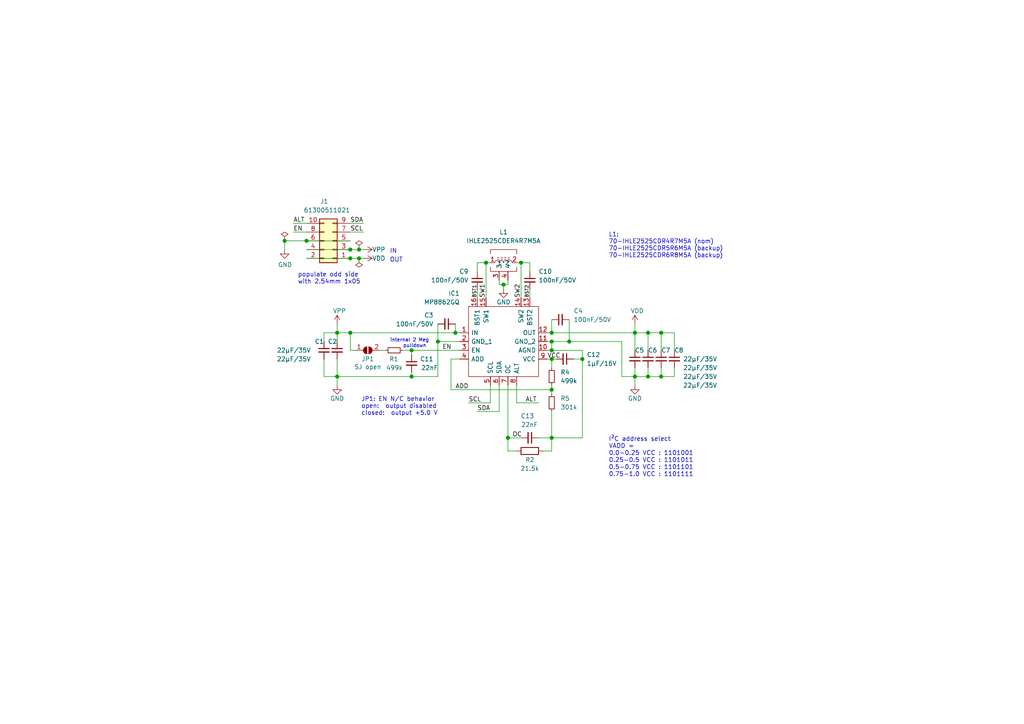
<source format=kicad_sch>
(kicad_sch (version 20201015) (generator eeschema)
  (page 1 1)
  (paper "A4")
  (title_block (title "EVAL-MP8862GQ-0000") (date "2020-10-24") (rev "1B") (company "https://github.com/MisterHW"))
  (lib_symbols
    (symbol "Connector_Generic:Conn_02x05_Odd_Even" (pin_names (offset 1.016) hide)
      (property "Reference" "J" (at 1.27 7.62 0))
      (property "Value" "Conn_02x05_Odd_Even" (at 1.27 -7.62 0))
      (symbol "Conn_02x05_Odd_Even_1_1"
        (rectangle (start -1.27 -4.953) (end 0 -5.207) (stroke (width 0.1524)))
        (rectangle (start -1.27 -2.413) (end 0 -2.667) (stroke (width 0.1524)))
        (rectangle (start -1.27 2.667) (end 0 2.413) (stroke (width 0.1524)))
        (rectangle (start -1.27 5.207) (end 0 4.953) (stroke (width 0.1524)))
        (rectangle (start -1.27 6.35) (end 3.81 -6.35) (stroke (width 0.254)) (fill (type background)))
        (rectangle (start -1.27 0.127) (end 0 -0.127) (stroke (width 0.1524)))
        (rectangle (start 3.81 -4.953) (end 2.54 -5.207) (stroke (width 0.1524)))
        (rectangle (start 3.81 -2.413) (end 2.54 -2.667) (stroke (width 0.1524)))
        (rectangle (start 3.81 2.667) (end 2.54 2.413) (stroke (width 0.1524)))
        (rectangle (start 3.81 5.207) (end 2.54 4.953) (stroke (width 0.1524)))
        (rectangle (start 3.81 0.127) (end 2.54 -0.127) (stroke (width 0.1524)))
        (pin passive line (at -5.08 5.08 0) (length 3.81) (name "Pin_1") (number "1"))
        (pin passive line (at 7.62 -5.08 180) (length 3.81) (name "Pin_10") (number "10"))
        (pin passive line (at 7.62 5.08 180) (length 3.81) (name "Pin_2") (number "2"))
        (pin passive line (at -5.08 2.54 0) (length 3.81) (name "Pin_3") (number "3"))
        (pin passive line (at 7.62 2.54 180) (length 3.81) (name "Pin_4") (number "4"))
        (pin passive line (at -5.08 0 0) (length 3.81) (name "Pin_5") (number "5"))
        (pin passive line (at 7.62 0 180) (length 3.81) (name "Pin_6") (number "6"))
        (pin passive line (at -5.08 -2.54 0) (length 3.81) (name "Pin_7") (number "7"))
        (pin passive line (at 7.62 -2.54 180) (length 3.81) (name "Pin_8") (number "8"))
        (pin passive line (at -5.08 -5.08 0) (length 3.81) (name "Pin_9") (number "9"))
      )
    )
    (symbol "Device:C_Small" (pin_numbers hide) (pin_names (offset 0.254) hide)
      (property "Reference" "C" (at 0.254 1.778 0))
      (property "Value" "C_Small" (at 0.254 -2.032 0))
      (symbol "C_Small_0_1"
        (polyline (pts (xy -1.524 -0.508) (xy 1.524 -0.508)) (stroke (width 0.3302)))
        (polyline (pts (xy -1.524 0.508) (xy 1.524 0.508)) (stroke (width 0.3048)))
      )
      (symbol "C_Small_1_1"
        (pin passive line (at 0 2.54 270) (length 2.032) (name "~") (number "1"))
        (pin passive line (at 0 -2.54 90) (length 2.032) (name "~") (number "2"))
      )
    )
    (symbol "Device:R" (pin_numbers hide) (pin_names (offset 0))
      (property "Reference" "R" (at 2.032 0 90))
      (property "Value" "R" (at 0 0 90))
      (symbol "R_0_1"
        (rectangle (start -1.016 -2.54) (end 1.016 2.54) (stroke (width 0.254)))
      )
      (symbol "R_1_1"
        (pin passive line (at 0 3.81 270) (length 1.27) (name "~") (number "1"))
        (pin passive line (at 0 -3.81 90) (length 1.27) (name "~") (number "2"))
      )
    )
    (symbol "Device:R_Small" (pin_numbers hide) (pin_names (offset 0.254) hide)
      (property "Reference" "R" (at 0.762 0.508 0))
      (property "Value" "R_Small" (at 0.762 -1.016 0))
      (symbol "R_Small_0_1"
        (rectangle (start -0.762 1.778) (end 0.762 -1.778) (stroke (width 0.2032)))
      )
      (symbol "R_Small_1_1"
        (pin passive line (at 0 2.54 270) (length 0.762) (name "~") (number "1"))
        (pin passive line (at 0 -2.54 90) (length 0.762) (name "~") (number "2"))
      )
    )
    (symbol "IHLE2525CD:IHLE2525CDER4R7M5A" (pin_names (offset 0.762))
      (property "Reference" "L" (at -3.81 7.62 0))
      (property "Value" "IHLE2525CDER4R7M5A" (at -3.81 5.08 0))
      (symbol "IHLE2525CDER4R7M5A_1_1"
        (arc (start -1.27 0) (end -2.54 0) (radius (at -1.905 0) (length 0.635) (angles 0.1 179.9)))
        (arc (start 0 0) (end -1.27 0) (radius (at -0.635 0) (length 0.635) (angles 0.1 179.9)))
        (arc (start 1.27 0) (end 0 0) (radius (at 0.635 0) (length 0.635) (angles 0.1 179.9)))
        (arc (start 2.54 0) (end 1.27 0) (radius (at 1.905 0) (length 0.635) (angles 0.1 179.9)))
        (polyline (pts (xy -1.778 1.524) (xy -1.27 1.524)))
        (polyline (pts (xy -1.27 1.016) (xy -1.778 1.016)))
        (polyline (pts (xy -0.762 1.524) (xy -0.254 1.524)))
        (polyline (pts (xy -0.254 1.016) (xy -0.762 1.016)))
        (polyline (pts (xy 0.254 1.524) (xy 0.762 1.524)))
        (polyline (pts (xy 0.762 1.016) (xy 0.254 1.016)))
        (polyline (pts (xy 1.27 1.524) (xy 1.778 1.524)))
        (polyline (pts (xy 1.778 1.016) (xy 1.27 1.016)))
        (pin passive line (at -3.81 0 0) (length 1.27) (name "1") (number "1"))
        (pin passive line (at 3.81 0 180) (length 1.27) (name "2") (number "2"))
      )
      (symbol "IHLE2525CDER4R7M5A_0_1"
        (polyline (pts (xy -3.81 -1.27) (xy -3.81 -2.54) (xy 3.81 -2.54) (xy 3.81 -1.27)))
        (polyline (pts (xy -3.81 2.54) (xy -3.81 3.81) (xy 3.81 3.81) (xy 3.81 2.54)))
      )
      (symbol "IHLE2525CDER4R7M5A_0_0"
        (pin passive line (at -1.27 -5.08 90) (length 2.54) (name "3") (number "3"))
        (pin passive line (at 1.27 -5.08 90) (length 2.54) (name "4") (number "4"))
      )
    )
    (symbol "Jumper:SolderJumper_2_Open" (pin_names (offset 0) hide)
      (property "Reference" "JP" (at 0 2.032 0))
      (property "Value" "SolderJumper_2_Open" (at 0 -2.54 0))
      (symbol "SolderJumper_2_Open_0_1"
        (arc (start -0.254 1.016) (end -0.254 -1.016) (radius (at -0.254 0) (length 1.016) (angles 90.1 -90.1)))
        (arc (start -0.254 1.016) (end -0.254 -1.016) (radius (at -0.254 0) (length 1.016) (angles 90.1 -90.1)) (fill (type outline)))
        (arc (start 0.254 -1.016) (end 0.254 1.016) (radius (at 0.254 0) (length 1.016) (angles -89.9 89.9)))
        (arc (start 0.254 -1.016) (end 0.254 1.016) (radius (at 0.254 0) (length 1.016) (angles -89.9 89.9)) (fill (type outline)))
        (polyline (pts (xy -0.254 1.016) (xy -0.254 -1.016)))
        (polyline (pts (xy 0.254 1.016) (xy 0.254 -1.016)))
      )
      (symbol "SolderJumper_2_Open_1_1"
        (pin passive line (at -3.81 0 0) (length 2.54) (name "A") (number "1"))
        (pin passive line (at 3.81 0 180) (length 2.54) (name "B") (number "2"))
      )
    )
    (symbol "MP8862GQ:MP8862GQ-0000-Z" (pin_names (offset 0.762))
      (property "Reference" "IC" (at 12.7 12.7 0))
      (property "Value" "MP8862GQ-0000-Z" (at 12.7 10.16 0))
      (symbol "MP8862GQ-0000-Z_0_1"
        (rectangle (start -10.16 10.16) (end 10.16 -10.16))
      )
      (symbol "MP8862GQ-0000-Z_0_0"
        (pin passive line (at -12.7 2.54 0) (length 2.54) (name "IN") (number "1"))
        (pin passive line (at 12.7 -2.54 180) (length 2.54) (name "AGND") (number "10"))
        (pin passive line (at 12.7 0 180) (length 2.54) (name "GND_2") (number "11"))
        (pin passive line (at 12.7 2.54 180) (length 2.54) (name "OUT") (number "12"))
        (pin passive line (at 7.62 12.7 270) (length 2.54) (name "BST2") (number "13"))
        (pin passive line (at 5.08 12.7 270) (length 2.54) (name "SW2") (number "14"))
        (pin passive line (at -5.08 12.7 270) (length 2.54) (name "SW1") (number "15"))
        (pin passive line (at -7.62 12.7 270) (length 2.54) (name "BST1") (number "16"))
        (pin passive line (at -12.7 0 0) (length 2.54) (name "GND_1") (number "2"))
        (pin passive line (at -12.7 -2.54 0) (length 2.54) (name "EN") (number "3"))
        (pin passive line (at -12.7 -5.08 0) (length 2.54) (name "ADD") (number "4"))
        (pin passive line (at -3.81 -12.7 90) (length 2.54) (name "SCL") (number "5"))
        (pin passive line (at -1.27 -12.7 90) (length 2.54) (name "SDA") (number "6"))
        (pin passive line (at 1.27 -12.7 90) (length 2.54) (name "OC") (number "7"))
        (pin passive line (at 3.81 -12.7 90) (length 2.54) (name "ALT") (number "8"))
        (pin passive line (at 12.7 -5.08 180) (length 2.54) (name "VCC") (number "9"))
      )
    )
    (symbol "power:GND" (power) (pin_names (offset 0))
      (property "Value" "GND" (at 0 -3.81 0))
      (symbol "GND_0_1"
        (polyline (pts (xy 0 0) (xy 0 -1.27) (xy 1.27 -1.27) (xy 0 -2.54) (xy -1.27 -1.27) (xy 0 -1.27)))
      )
      (symbol "GND_1_1"
        (pin power_in line (at 0 0 270) (length 0) hide (name "GND") (number "1"))
      )
    )
    (symbol "power:PWR_FLAG" (power) (pin_numbers hide) (pin_names (offset 0) hide)
      (property "Value" "PWR_FLAG" (at 0 3.81 0))
      (symbol "PWR_FLAG_0_1"
        (polyline (pts (xy 0 0) (xy 0 1.27) (xy -1.016 1.905) (xy 0 2.54) (xy 1.016 1.905) (xy 0 1.27)))
      )
      (symbol "PWR_FLAG_0_0"
        (pin power_out line (at 0 0 90) (length 0) (name "pwr") (number "1"))
      )
    )
    (symbol "power:VDD" (power) (pin_names (offset 0))
      (property "Value" "VDD" (at 0 3.81 0))
      (symbol "VDD_0_1"
        (polyline (pts (xy -0.762 1.27) (xy 0 2.54)))
        (polyline (pts (xy 0 0) (xy 0 2.54)))
        (polyline (pts (xy 0 2.54) (xy 0.762 1.27)))
      )
      (symbol "VDD_1_1"
        (pin power_in line (at 0 0 90) (length 0) hide (name "VDD") (number "1"))
      )
    )
    (symbol "power:VPP" (power) (pin_names (offset 0))
      (property "Value" "VPP" (at 0 3.81 0))
      (symbol "VPP_0_1"
        (polyline (pts (xy -0.762 1.27) (xy 0 2.54)))
        (polyline (pts (xy 0 0) (xy 0 2.54)))
        (polyline (pts (xy 0 2.54) (xy 0.762 1.27)))
      )
      (symbol "VPP_1_1"
        (pin power_in line (at 0 0 90) (length 0) hide (name "VPP") (number "1"))
      )
    )
  )
  (junction (at 82.55 69.85) (diameter 1.016))
  (junction (at 88.9 69.85) (diameter 1.016))
  (junction (at 97.79 96.52) (diameter 1.016))
  (junction (at 97.79 109.22) (diameter 1.016))
  (junction (at 101.6 72.39) (diameter 1.016))
  (junction (at 101.6 74.93) (diameter 1.016))
  (junction (at 101.6 96.52) (diameter 1.016))
  (junction (at 104.14 72.39) (diameter 1.016))
  (junction (at 104.14 74.93) (diameter 1.016))
  (junction (at 119.38 101.6) (diameter 1.016))
  (junction (at 119.38 109.22) (diameter 1.016))
  (junction (at 127 99.06) (diameter 1.016))
  (junction (at 132.08 96.52) (diameter 1.016))
  (junction (at 140.97 76.2) (diameter 1.016))
  (junction (at 146.05 82.55) (diameter 1.016))
  (junction (at 147.32 127) (diameter 1.016))
  (junction (at 151.13 76.2) (diameter 1.016))
  (junction (at 160.02 96.52) (diameter 1.016))
  (junction (at 160.02 99.06) (diameter 1.016))
  (junction (at 160.02 101.6) (diameter 1.016))
  (junction (at 160.02 104.14) (diameter 1.016))
  (junction (at 160.02 113.03) (diameter 1.016))
  (junction (at 160.02 127) (diameter 1.016))
  (junction (at 165.1 99.06) (diameter 1.016))
  (junction (at 168.91 104.14) (diameter 1.016))
  (junction (at 184.15 96.52) (diameter 1.016))
  (junction (at 184.15 109.22) (diameter 1.016))
  (junction (at 187.96 96.52) (diameter 1.016))
  (junction (at 187.96 109.22) (diameter 1.016))
  (junction (at 191.77 96.52) (diameter 1.016))
  (junction (at 191.77 109.22) (diameter 1.016))
  (wire (pts (xy 82.55 69.85) (xy 82.55 72.39)))
  (wire (pts (xy 88.9 64.77) (xy 85.09 64.77)))
  (wire (pts (xy 88.9 67.31) (xy 85.09 67.31)))
  (wire (pts (xy 88.9 69.85) (xy 82.55 69.85)))
  (wire (pts (xy 88.9 69.85) (xy 101.6 69.85)))
  (wire (pts (xy 88.9 72.39) (xy 101.6 72.39)))
  (wire (pts (xy 88.9 74.93) (xy 101.6 74.93)))
  (wire (pts (xy 93.98 96.52) (xy 93.98 99.06)))
  (wire (pts (xy 93.98 104.14) (xy 93.98 109.22)))
  (wire (pts (xy 93.98 109.22) (xy 97.79 109.22)))
  (wire (pts (xy 97.79 93.98) (xy 97.79 96.52)))
  (wire (pts (xy 97.79 96.52) (xy 93.98 96.52)))
  (wire (pts (xy 97.79 99.06) (xy 97.79 96.52)))
  (wire (pts (xy 97.79 104.14) (xy 97.79 109.22)))
  (wire (pts (xy 97.79 109.22) (xy 97.79 111.76)))
  (wire (pts (xy 101.6 64.77) (xy 105.41 64.77)))
  (wire (pts (xy 101.6 67.31) (xy 105.41 67.31)))
  (wire (pts (xy 101.6 72.39) (xy 104.14 72.39)))
  (wire (pts (xy 101.6 74.93) (xy 104.14 74.93)))
  (wire (pts (xy 101.6 96.52) (xy 97.79 96.52)))
  (wire (pts (xy 101.6 96.52) (xy 101.6 101.6)))
  (wire (pts (xy 101.6 96.52) (xy 132.08 96.52)))
  (wire (pts (xy 102.87 101.6) (xy 101.6 101.6)))
  (wire (pts (xy 104.14 72.39) (xy 105.41 72.39)))
  (wire (pts (xy 104.14 74.93) (xy 105.41 74.93)))
  (wire (pts (xy 110.49 101.6) (xy 111.76 101.6)))
  (wire (pts (xy 116.84 101.6) (xy 119.38 101.6)))
  (wire (pts (xy 119.38 101.6) (xy 119.38 102.87)))
  (wire (pts (xy 119.38 101.6) (xy 133.35 101.6)))
  (wire (pts (xy 119.38 107.95) (xy 119.38 109.22)))
  (wire (pts (xy 119.38 109.22) (xy 97.79 109.22)))
  (wire (pts (xy 127 93.98) (xy 127 99.06)))
  (wire (pts (xy 127 99.06) (xy 127 109.22)))
  (wire (pts (xy 127 99.06) (xy 133.35 99.06)))
  (wire (pts (xy 127 109.22) (xy 119.38 109.22)))
  (wire (pts (xy 130.81 104.14) (xy 133.35 104.14)))
  (wire (pts (xy 130.81 113.03) (xy 130.81 104.14)))
  (wire (pts (xy 132.08 93.98) (xy 132.08 96.52)))
  (wire (pts (xy 133.35 96.52) (xy 132.08 96.52)))
  (wire (pts (xy 135.89 116.84) (xy 142.24 116.84)))
  (wire (pts (xy 138.43 76.2) (xy 138.43 78.74)))
  (wire (pts (xy 138.43 83.82) (xy 138.43 86.36)))
  (wire (pts (xy 138.43 119.38) (xy 144.78 119.38)))
  (wire (pts (xy 140.97 76.2) (xy 138.43 76.2)))
  (wire (pts (xy 140.97 76.2) (xy 140.97 86.36)))
  (wire (pts (xy 142.24 76.2) (xy 140.97 76.2)))
  (wire (pts (xy 142.24 111.76) (xy 142.24 116.84)))
  (wire (pts (xy 144.78 81.28) (xy 144.78 82.55)))
  (wire (pts (xy 144.78 82.55) (xy 146.05 82.55)))
  (wire (pts (xy 144.78 111.76) (xy 144.78 119.38)))
  (wire (pts (xy 146.05 82.55) (xy 147.32 82.55)))
  (wire (pts (xy 146.05 83.82) (xy 146.05 82.55)))
  (wire (pts (xy 147.32 82.55) (xy 147.32 81.28)))
  (wire (pts (xy 147.32 111.76) (xy 147.32 127)))
  (wire (pts (xy 147.32 130.81) (xy 147.32 127)))
  (wire (pts (xy 149.86 76.2) (xy 151.13 76.2)))
  (wire (pts (xy 149.86 111.76) (xy 149.86 116.84)))
  (wire (pts (xy 149.86 116.84) (xy 156.21 116.84)))
  (wire (pts (xy 149.86 130.81) (xy 147.32 130.81)))
  (wire (pts (xy 151.13 76.2) (xy 151.13 86.36)))
  (wire (pts (xy 151.13 127) (xy 147.32 127)))
  (wire (pts (xy 153.67 76.2) (xy 151.13 76.2)))
  (wire (pts (xy 153.67 78.74) (xy 153.67 76.2)))
  (wire (pts (xy 153.67 83.82) (xy 153.67 86.36)))
  (wire (pts (xy 158.75 99.06) (xy 160.02 99.06)))
  (wire (pts (xy 158.75 101.6) (xy 160.02 101.6)))
  (wire (pts (xy 160.02 92.71) (xy 160.02 96.52)))
  (wire (pts (xy 160.02 96.52) (xy 158.75 96.52)))
  (wire (pts (xy 160.02 99.06) (xy 160.02 101.6)))
  (wire (pts (xy 160.02 99.06) (xy 165.1 99.06)))
  (wire (pts (xy 160.02 101.6) (xy 168.91 101.6)))
  (wire (pts (xy 160.02 104.14) (xy 158.75 104.14)))
  (wire (pts (xy 160.02 104.14) (xy 160.02 106.68)))
  (wire (pts (xy 160.02 111.76) (xy 160.02 113.03)))
  (wire (pts (xy 160.02 113.03) (xy 130.81 113.03)))
  (wire (pts (xy 160.02 113.03) (xy 160.02 114.3)))
  (wire (pts (xy 160.02 119.38) (xy 160.02 127)))
  (wire (pts (xy 160.02 127) (xy 156.21 127)))
  (wire (pts (xy 160.02 127) (xy 160.02 130.81)))
  (wire (pts (xy 160.02 127) (xy 168.91 127)))
  (wire (pts (xy 160.02 130.81) (xy 157.48 130.81)))
  (wire (pts (xy 161.29 104.14) (xy 160.02 104.14)))
  (wire (pts (xy 165.1 92.71) (xy 165.1 99.06)))
  (wire (pts (xy 165.1 99.06) (xy 180.34 99.06)))
  (wire (pts (xy 166.37 104.14) (xy 168.91 104.14)))
  (wire (pts (xy 168.91 101.6) (xy 168.91 104.14)))
  (wire (pts (xy 168.91 104.14) (xy 168.91 127)))
  (wire (pts (xy 180.34 99.06) (xy 180.34 109.22)))
  (wire (pts (xy 180.34 109.22) (xy 184.15 109.22)))
  (wire (pts (xy 184.15 93.98) (xy 184.15 96.52)))
  (wire (pts (xy 184.15 96.52) (xy 160.02 96.52)))
  (wire (pts (xy 184.15 96.52) (xy 184.15 101.6)))
  (wire (pts (xy 184.15 106.68) (xy 184.15 109.22)))
  (wire (pts (xy 184.15 109.22) (xy 184.15 111.76)))
  (wire (pts (xy 187.96 96.52) (xy 184.15 96.52)))
  (wire (pts (xy 187.96 96.52) (xy 187.96 101.6)))
  (wire (pts (xy 187.96 106.68) (xy 187.96 109.22)))
  (wire (pts (xy 187.96 109.22) (xy 184.15 109.22)))
  (wire (pts (xy 191.77 96.52) (xy 187.96 96.52)))
  (wire (pts (xy 191.77 96.52) (xy 191.77 101.6)))
  (wire (pts (xy 191.77 106.68) (xy 191.77 109.22)))
  (wire (pts (xy 191.77 109.22) (xy 187.96 109.22)))
  (wire (pts (xy 195.58 96.52) (xy 191.77 96.52)))
  (wire (pts (xy 195.58 96.52) (xy 195.58 101.6)))
  (wire (pts (xy 195.58 106.68) (xy 195.58 109.22)))
  (wire (pts (xy 195.58 109.22) (xy 191.77 109.22)))
  (text "populate odd side\nwith 2.54mm 1x05" (at 86.36 82.55 0) (effects (font (size 1.27 1.27)) (justify left bottom)))
  (text "JP1: EN N/C behavior\nopen:  output disabled\nclosed:  output +5.0 V" (at 104.775 120.65 0) (effects (font (size 1.25 1.25)) (justify left bottom)))
  (text "IN" (at 113.03 73.66 0) (effects (font (size 1.27 1.27)) (justify left bottom)))
  (text "OUT" (at 113.03 76.2 0) (effects (font (size 1.27 1.27)) (justify left bottom)))
  (text "internal 2 Meg\npulldown " (at 124.46 100.965 180) (effects (font (size 1 1)) (justify right bottom)))
  (text "L1:\n70-IHLE2525CDR4R7M5A (nom)\n70-IHLE2525CDR5R6M5A (backup)\n70-IHLE2525CDR6R8M5A (backup)" (at 176.53 74.93 0) (effects (font (size 1.25 1.25)) (justify left bottom)))
  (text "I²C address select\nVADD = \n0.0-0.25 VCC : 1101001\n0.25-0.5 VCC : 1101011\n0.5-0.75 VCC : 1101101\n0.75-1.0 VCC : 1101111" (at 176.53 138.43 0) (effects (font (size 1.27 1.27)) (justify left bottom)))
  (label "ALT" (at 85.09 64.77 0))
  (label "EN" (at 85.09 67.31 0))
  (label "SDA" (at 101.6 64.77 0))
  (label "SCL" (at 101.6 67.31 0))
  (label "EN" (at 128.27 101.6 0))
  (label "ADD" (at 132.08 113.03 0))
  (label "SCL" (at 135.89 116.84 0))
  (label "BST1" (at 138.43 86.36 90) (effects (font (size 0.9906 0.9906))))
  (label "SDA" (at 138.43 119.38 0))
  (label "SW1" (at 140.97 86.36 90))
  (label "OC" (at 148.59 127 0))
  (label "SW2" (at 151.13 86.36 90))
  (label "ALT" (at 152.4 116.84 0))
  (label "BST2" (at 153.67 86.36 90) (effects (font (size 0.9906 0.9906))))
  (label "VCC" (at 158.75 104.14 0))
  (symbol (lib_id "power:PWR_FLAG") (at 82.55 69.85 0) (unit 1)
    (property "Reference" "#FLG0103" (effects hide))
    (property "Value" "PWR_FLAG" (effects hide))
  )
  (symbol (lib_id "power:PWR_FLAG") (at 104.14 72.39 0) (unit 1)
    (property "Reference" "#FLG0101" (effects hide))
    (property "Value" "PWR_FLAG" (effects hide))
  )
  (symbol (lib_id "power:PWR_FLAG") (at 104.14 74.93 180) (unit 1)
    (property "Reference" "#FLG0102" (effects hide))
    (property "Value" "PWR_FLAG" (effects hide))
  )
  (symbol (lib_id "power:VPP") (at 97.79 93.98 0) (unit 1)
    (property "Reference" "#PWR0112" (effects hide))
    (property "Value" "VPP" (at 96.52 90.17 0) (effects (justify left)))
  )
  (symbol (lib_id "power:VPP") (at 105.41 72.39 270) (unit 1)
    (property "Reference" "#PWR0103" (effects hide))
    (property "Value" "VPP" (at 107.95 72.39 90) (effects (justify left)))
  )
  (symbol (lib_id "power:VDD") (at 105.41 74.93 270) (unit 1)
    (property "Reference" "#PWR0102" (effects hide))
    (property "Value" "VDD" (at 107.95 74.93 90) (effects (justify left)))
  )
  (symbol (lib_id "power:VDD") (at 184.15 93.98 0) (unit 1)
    (property "Reference" "#PWR0107" (effects hide))
    (property "Value" "VDD" (at 182.88 90.17 0) (effects (justify left)))
  )
  (symbol (lib_id "power:GND") (at 82.55 72.39 0) (unit 1)
    (property "Reference" "#PWR0101" (effects hide))
    (property "Value" "GND" (at 82.677 76.7842 0))
  )
  (symbol (lib_id "power:GND") (at 97.79 111.76 0) (unit 1)
    (property "Reference" "#PWR0111" (effects hide))
    (property "Value" "GND" (at 97.79 115.57 0))
  )
  (symbol (lib_id "power:GND") (at 146.05 83.82 0) (unit 1)
    (property "Reference" "#PWR0109" (effects hide))
    (property "Value" "GND" (at 146.05 87.63 0))
  )
  (symbol (lib_id "power:GND") (at 184.15 111.76 0) (mirror y) (unit 1)
    (property "Reference" "#PWR0110" (effects hide))
    (property "Value" "GND" (at 184.15 115.57 0))
  )
  (symbol (lib_id "Device:R_Small") (at 114.3 101.6 270) (unit 1) (in_bom no)
    (property "Reference" "R1" (at 115.57 104.14 90) (effects (justify right)))
    (property "Value" "499k" (at 116.84 106.68 90) (effects (justify right)))
    (property "Footprint" "Resistor_SMD:R_0603_1608Metric" (effects hide))
    (property "Mouser Part Number" "652-CR0603FX-4993ELF" (effects hide))
  )
  (symbol (lib_id "Device:R_Small") (at 160.02 109.22 0) (mirror y) (unit 1)
    (property "Reference" "R4" (at 162.56 107.95 0) (effects (justify right)))
    (property "Value" "499k" (at 162.56 110.49 0) (effects (justify right)))
    (property "Footprint" "Resistor_SMD:R_0603_1608Metric" (effects hide))
    (property "Mouser Part Number" "652-CR0603FX-4993ELF" (effects hide))
  )
  (symbol (lib_id "Device:R_Small") (at 160.02 116.84 0) (mirror y) (unit 1)
    (property "Reference" "R5" (at 162.56 115.57 0) (effects (justify right)))
    (property "Value" "301k" (at 162.56 118.11 0) (effects (justify right)))
    (property "Footprint" "Resistor_SMD:R_0603_1608Metric" (effects hide))
    (property "Mouser Part Number" "652-CR0603FX-3013ELF " (effects hide))
  )
  (symbol (lib_id "Device:R") (at 153.67 130.81 90) (mirror x) (unit 1)
    (property "Reference" "R2" (at 153.67 133.35 90))
    (property "Value" "21.5k" (at 153.67 135.89 90))
    (property "Footprint" "Resistor_SMD:R_0603_1608Metric" (effects hide))
    (property "Mouser Part Number" "652-CR0603FX-2152ELF" (effects hide))
  )
  (symbol (lib_id "Device:C_Small") (at 93.98 101.6 0) (unit 1)
    (property "Reference" "C1" (at 93.98 99.06 0) (effects (justify right)))
    (property "Value" "22µF/35V" (at 90.17 101.6 0) (effects (justify right)))
    (property "Footprint" "Capacitor_SMD:C_1210_3225Metric" (effects hide))
    (property "Mouser Part Number" " 963-GMK325BJ226MM-P" (effects hide))
  )
  (symbol (lib_id "Device:C_Small") (at 97.79 101.6 0) (unit 1)
    (property "Reference" "C2" (at 97.79 99.06 0) (effects (justify right)))
    (property "Value" "22µF/35V" (at 90.17 104.14 0) (effects (justify right)))
    (property "Footprint" "Capacitor_SMD:C_1210_3225Metric" (effects hide))
    (property "Mouser Part Number" " 963-GMK325BJ226MM-P" (effects hide))
  )
  (symbol (lib_id "Device:C_Small") (at 119.38 105.41 0) (unit 1)
    (property "Reference" "C11" (at 125.73 104.14 0) (effects (justify right)))
    (property "Value" "22nF" (at 127 106.68 0) (effects (justify right)))
    (property "Footprint" "Capacitor_SMD:C_0603_1608Metric" (effects hide))
    (property "Mouser Part Number" "80-C0603C223K5REC" (effects hide))
  )
  (symbol (lib_id "Device:C_Small") (at 129.54 93.98 270) (unit 1)
    (property "Reference" "C3" (at 125.73 91.44 90) (effects (justify right)))
    (property "Value" "100nF/50V" (at 125.73 93.98 90) (effects (justify right)))
    (property "Footprint" "Capacitor_SMD:C_0603_1608Metric" (effects hide))
    (property "Mouser Part Number" "80-C0603C104K5REC " (effects hide))
  )
  (symbol (lib_id "Device:C_Small") (at 138.43 81.28 0) (unit 1)
    (property "Reference" "C9" (at 135.89 78.74 0) (effects (justify right)))
    (property "Value" "100nF/50V" (at 135.89 81.28 0) (effects (justify right)))
    (property "Footprint" "Capacitor_SMD:C_0603_1608Metric" (effects hide))
    (property "Mouser Part Number" "80-C0603C104K5REC " (effects hide))
  )
  (symbol (lib_id "Device:C_Small") (at 153.67 81.28 0) (unit 1)
    (property "Reference" "C10" (at 156.21 78.74 0) (effects (justify left)))
    (property "Value" "100nF/50V" (at 156.21 81.28 0) (effects (justify left)))
    (property "Footprint" "Capacitor_SMD:C_0603_1608Metric" (effects hide))
    (property "Mouser Part Number" "80-C0603C104K5REC " (effects hide))
  )
  (symbol (lib_id "Device:C_Small") (at 153.67 127 270) (mirror x) (unit 1)
    (property "Reference" "C13" (at 154.94 120.65 90) (effects (justify right)))
    (property "Value" "22nF" (at 151.13 123.19 90) (effects (justify left)))
    (property "Footprint" "Capacitor_SMD:C_0603_1608Metric" (effects hide))
    (property "Mouser Part Number" "80-C0603C223K5REC" (effects hide))
  )
  (symbol (lib_id "Device:C_Small") (at 162.56 92.71 90) (unit 1)
    (property "Reference" "C4" (at 166.37 90.17 90) (effects (justify right)))
    (property "Value" "100nF/50V" (at 166.37 92.71 90) (effects (justify right)))
    (property "Footprint" "Capacitor_SMD:C_0603_1608Metric" (effects hide))
    (property "Mouser Part Number" "80-C0603C104K5REC " (effects hide))
  )
  (symbol (lib_id "Device:C_Small") (at 163.83 104.14 270) (unit 1)
    (property "Reference" "C12" (at 170.18 102.87 90) (effects (justify left)))
    (property "Value" "1µF/16V" (at 170.18 105.41 90) (effects (justify left)))
    (property "Footprint" "Capacitor_SMD:C_0603_1608Metric" (effects hide))
    (property "Mouser Part Number" "963-TMK107B7105KA-T" (effects hide))
  )
  (symbol (lib_id "Device:C_Small") (at 184.15 104.14 0) (unit 1)
    (property "Reference" "C5" (at 184.15 101.6 0) (effects (justify left)))
    (property "Value" "22µF/35V" (at 198.12 104.14 0) (effects (justify left)))
    (property "Footprint" "Capacitor_SMD:C_1210_3225Metric" (effects hide))
    (property "Mouser Part Number" " 963-GMK325BJ226MM-P" (effects hide))
  )
  (symbol (lib_id "Device:C_Small") (at 187.96 104.14 0) (unit 1)
    (property "Reference" "C6" (at 187.96 101.6 0) (effects (justify left)))
    (property "Value" "22µF/35V" (at 198.12 106.68 0) (effects (justify left)))
    (property "Footprint" "Capacitor_SMD:C_1210_3225Metric" (effects hide))
    (property "Mouser Part Number" " 963-GMK325BJ226MM-P" (effects hide))
  )
  (symbol (lib_id "Device:C_Small") (at 191.77 104.14 0) (unit 1)
    (property "Reference" "C7" (at 191.77 101.6 0) (effects (justify left)))
    (property "Value" "22µF/35V" (at 198.12 111.76 0) (effects (justify left)))
    (property "Footprint" "Capacitor_SMD:C_1210_3225Metric" (effects hide))
    (property "Mouser Part Number" " 963-GMK325BJ226MM-P" (effects hide))
  )
  (symbol (lib_id "Device:C_Small") (at 195.58 104.14 0) (unit 1)
    (property "Reference" "C8" (at 195.58 101.6 0) (effects (justify left)))
    (property "Value" "22µF/35V" (at 198.12 109.22 0) (effects (justify left)))
    (property "Footprint" "Capacitor_SMD:C_1210_3225Metric" (effects hide))
    (property "Mouser Part Number" " 963-GMK325BJ226MM-P" (effects hide))
  )
  (symbol (lib_id "Jumper:SolderJumper_2_Open") (at 106.68 101.6 0) (unit 1)
    (property "Reference" "JP1" (at 106.68 104.1208 0))
    (property "Value" "SJ open" (at 106.68 106.42 0))
    (property "Footprint" "Jumper:SolderJumper-2_P1.3mm_Open_RoundedPad1.0x1.5mm" (effects hide))
  )
  (symbol (lib_id "IHLE2525CD:IHLE2525CDER4R7M5A") (at 146.05 76.2 0) (unit 1)
    (property "Reference" "L1" (at 146.05 67.31 0))
    (property "Value" "IHLE2525CDER4R7M5A" (at 146.05 69.85 0))
    (property "Footprint" "IHLE2525CD:IHLE2525CD" (effects hide))
    (property "Datasheet" "http://www.farnell.com/datasheets/2619211.pdf" (effects hide))
    (property "Description" "Inductor Power Shielded Wirewound 4.7uH 20% 100KHz 5.6A 0.0384Ohm DCR 2525 Automotive" (effects hide))
    (property "Height" "3.357" (effects hide))
    (property "Manufacturer_Name" "Vishay" (effects hide))
    (property "Manufacturer_Part_Number" "IHLE2525CDER4R7M5A" (effects hide))
    (property "Arrow Part Number" "IHLE2525CDER4R7M5A" (effects hide))
    (property "Arrow Price/Stock" "https://www.arrow.com/en/products/ihle2525cder4R7m5a/vishay" (effects hide))
    (property "Mouser Part Number" "70-IHLE2525CDR4R7M5A" (effects hide))
  )
  (symbol (lib_id "Connector_Generic:Conn_02x05_Odd_Even") (at 96.52 69.85 180) (unit 1)
    (property "Reference" "J1" (at 95.25 58.42 0) (effects (justify left)))
    (property "Value" "61300511021" (at 101.6 60.96 0) (effects (justify left)))
    (property "Footprint" "Connector_PinHeader_2.54mm:PinHeader_2x05_P2.54mm_Horizontal" (effects hide))
    (property "MF" "WE" (effects hide))
    (property "Mouser Part Number" "710-61300511021 " (effects hide))
  )
  (symbol (lib_id "MP8862GQ:MP8862GQ-0000-Z") (at 146.05 99.06 0) (unit 1)
    (property "Reference" "IC1" (at 133.35 85.09 0) (effects (justify right)))
    (property "Value" "MP8862GQ" (at 133.35 87.63 0) (effects (justify right)))
    (property "Footprint" "MP8862GQ:MP8862GQ" (effects hide))
    (property "Datasheet" "https://www.monolithicpower.com/en/documentview/productdocument/index/version/2/document_type/Datasheet/lang/en/sku/MP8862/document_id/3999/" (effects hide))
    (property "Description" "2.8V-22V VIN, 2A IOUT, 4-SWITCH," (effects hide))
    (property "Height" "1" (effects hide))
    (property "Manufacturer_Name" "Monolithic Power Systems (MPS)" (effects hide))
    (property "Manufacturer_Part_Number" "MP8862GQ-0000-Z" (effects hide))
    (property "Arrow Part Number" "MP8862GQ-0000-Z" (effects hide))
    (property "Mouser Part Number" "946-MP8862GQ-0000-Z" (effects hide))
    (property "Mouser Price/Stock" "https://www.mouser.co.uk/ProductDetail/Monolithic-Power-Systems-MPS/MP8862GQ-0000-Z?qs=OlC7AqGiEDkKRh5K8Xavnw%3D%3D" (effects hide))
  )
)
</source>
